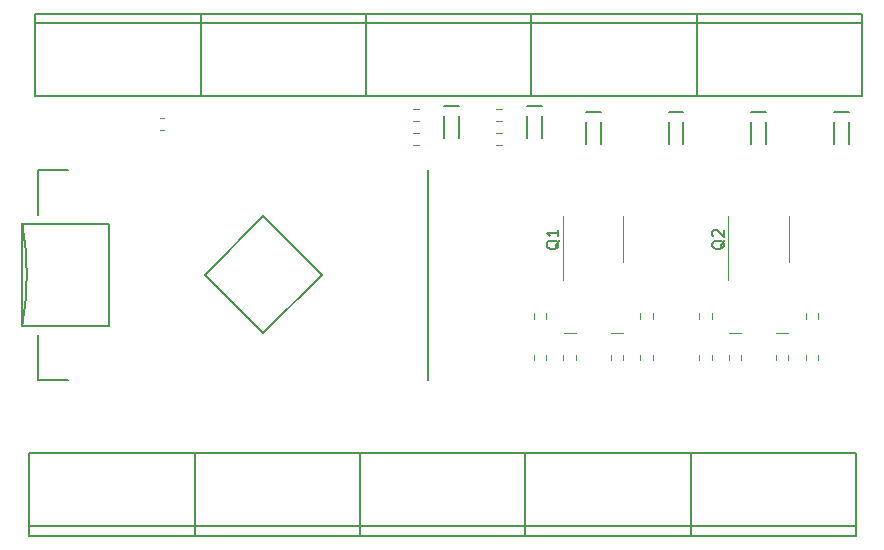
<source format=gto>
%TF.GenerationSoftware,KiCad,Pcbnew,7.0.6*%
%TF.CreationDate,2024-01-12T02:35:33-05:00*%
%TF.ProjectId,PSA_Controller,5053415f-436f-46e7-9472-6f6c6c65722e,rev?*%
%TF.SameCoordinates,Original*%
%TF.FileFunction,Legend,Top*%
%TF.FilePolarity,Positive*%
%FSLAX46Y46*%
G04 Gerber Fmt 4.6, Leading zero omitted, Abs format (unit mm)*
G04 Created by KiCad (PCBNEW 7.0.6) date 2024-01-12 02:35:33*
%MOMM*%
%LPD*%
G01*
G04 APERTURE LIST*
%ADD10C,0.150000*%
%ADD11C,0.203200*%
%ADD12C,0.120000*%
G04 APERTURE END LIST*
D10*
X60450057Y27904762D02*
X60402438Y27809524D01*
X60402438Y27809524D02*
X60307200Y27714286D01*
X60307200Y27714286D02*
X60164342Y27571429D01*
X60164342Y27571429D02*
X60116723Y27476191D01*
X60116723Y27476191D02*
X60116723Y27380953D01*
X60354819Y27428572D02*
X60307200Y27333334D01*
X60307200Y27333334D02*
X60211961Y27238096D01*
X60211961Y27238096D02*
X60021485Y27190477D01*
X60021485Y27190477D02*
X59688152Y27190477D01*
X59688152Y27190477D02*
X59497676Y27238096D01*
X59497676Y27238096D02*
X59402438Y27333334D01*
X59402438Y27333334D02*
X59354819Y27428572D01*
X59354819Y27428572D02*
X59354819Y27619048D01*
X59354819Y27619048D02*
X59402438Y27714286D01*
X59402438Y27714286D02*
X59497676Y27809524D01*
X59497676Y27809524D02*
X59688152Y27857143D01*
X59688152Y27857143D02*
X60021485Y27857143D01*
X60021485Y27857143D02*
X60211961Y27809524D01*
X60211961Y27809524D02*
X60307200Y27714286D01*
X60307200Y27714286D02*
X60354819Y27619048D01*
X60354819Y27619048D02*
X60354819Y27428572D01*
X59450057Y28238096D02*
X59402438Y28285715D01*
X59402438Y28285715D02*
X59354819Y28380953D01*
X59354819Y28380953D02*
X59354819Y28619048D01*
X59354819Y28619048D02*
X59402438Y28714286D01*
X59402438Y28714286D02*
X59450057Y28761905D01*
X59450057Y28761905D02*
X59545295Y28809524D01*
X59545295Y28809524D02*
X59640533Y28809524D01*
X59640533Y28809524D02*
X59783390Y28761905D01*
X59783390Y28761905D02*
X60354819Y28190477D01*
X60354819Y28190477D02*
X60354819Y28809524D01*
X46450057Y27904762D02*
X46402438Y27809524D01*
X46402438Y27809524D02*
X46307200Y27714286D01*
X46307200Y27714286D02*
X46164342Y27571429D01*
X46164342Y27571429D02*
X46116723Y27476191D01*
X46116723Y27476191D02*
X46116723Y27380953D01*
X46354819Y27428572D02*
X46307200Y27333334D01*
X46307200Y27333334D02*
X46211961Y27238096D01*
X46211961Y27238096D02*
X46021485Y27190477D01*
X46021485Y27190477D02*
X45688152Y27190477D01*
X45688152Y27190477D02*
X45497676Y27238096D01*
X45497676Y27238096D02*
X45402438Y27333334D01*
X45402438Y27333334D02*
X45354819Y27428572D01*
X45354819Y27428572D02*
X45354819Y27619048D01*
X45354819Y27619048D02*
X45402438Y27714286D01*
X45402438Y27714286D02*
X45497676Y27809524D01*
X45497676Y27809524D02*
X45688152Y27857143D01*
X45688152Y27857143D02*
X46021485Y27857143D01*
X46021485Y27857143D02*
X46211961Y27809524D01*
X46211961Y27809524D02*
X46307200Y27714286D01*
X46307200Y27714286D02*
X46354819Y27619048D01*
X46354819Y27619048D02*
X46354819Y27428572D01*
X46354819Y28809524D02*
X46354819Y28238096D01*
X46354819Y28523810D02*
X45354819Y28523810D01*
X45354819Y28523810D02*
X45497676Y28428572D01*
X45497676Y28428572D02*
X45592914Y28333334D01*
X45592914Y28333334D02*
X45640533Y28238096D01*
D11*
%TO.C,J10*%
X57550000Y2900000D02*
X43550000Y2900000D01*
X57550000Y3700000D02*
X57550000Y2900000D01*
X57550000Y3700000D02*
X43550000Y3700000D01*
X57550000Y9900000D02*
X57550000Y3700000D01*
X43550000Y2900000D02*
X43550000Y3700000D01*
X43550000Y3700000D02*
X43550000Y9900000D01*
X43550000Y9900000D02*
X57550000Y9900000D01*
%TO.C,J9*%
X30050000Y40100000D02*
X16050000Y40100000D01*
X30050000Y46300000D02*
X30050000Y40100000D01*
X30050000Y47100000D02*
X30050000Y46300000D01*
X16050000Y40100000D02*
X16050000Y46300000D01*
X16050000Y46300000D02*
X30050000Y46300000D01*
X16050000Y46300000D02*
X16050000Y47100000D01*
X16050000Y47100000D02*
X30050000Y47100000D01*
%TO.C,J8*%
X57550000Y9900000D02*
X71550000Y9900000D01*
X57550000Y3700000D02*
X57550000Y9900000D01*
X57550000Y2900000D02*
X57550000Y3700000D01*
X71550000Y9900000D02*
X71550000Y3700000D01*
X71550000Y3700000D02*
X57550000Y3700000D01*
X71550000Y3700000D02*
X71550000Y2900000D01*
X71550000Y2900000D02*
X57550000Y2900000D01*
%TO.C,J7*%
X29550000Y9900000D02*
X43550000Y9900000D01*
X29550000Y3700000D02*
X29550000Y9900000D01*
X29550000Y2900000D02*
X29550000Y3700000D01*
X43550000Y9900000D02*
X43550000Y3700000D01*
X43550000Y3700000D02*
X29550000Y3700000D01*
X43550000Y3700000D02*
X43550000Y2900000D01*
X43550000Y2900000D02*
X29550000Y2900000D01*
%TO.C,J6*%
X15550000Y9900000D02*
X29550000Y9900000D01*
X15550000Y3700000D02*
X15550000Y9900000D01*
X15550000Y2900000D02*
X15550000Y3700000D01*
X29550000Y9900000D02*
X29550000Y3700000D01*
X29550000Y3700000D02*
X15550000Y3700000D01*
X29550000Y3700000D02*
X29550000Y2900000D01*
X29550000Y2900000D02*
X15550000Y2900000D01*
%TO.C,J5*%
X1550000Y9900000D02*
X15550000Y9900000D01*
X1550000Y3700000D02*
X1550000Y9900000D01*
X1550000Y2900000D02*
X1550000Y3700000D01*
X15550000Y9900000D02*
X15550000Y3700000D01*
X15550000Y3700000D02*
X1550000Y3700000D01*
X15550000Y3700000D02*
X15550000Y2900000D01*
X15550000Y2900000D02*
X1550000Y2900000D01*
%TO.C,J4*%
X44050000Y40100000D02*
X30050000Y40100000D01*
X44050000Y46300000D02*
X44050000Y40100000D01*
X44050000Y47100000D02*
X44050000Y46300000D01*
X30050000Y40100000D02*
X30050000Y46300000D01*
X30050000Y46300000D02*
X44050000Y46300000D01*
X30050000Y46300000D02*
X30050000Y47100000D01*
X30050000Y47100000D02*
X44050000Y47100000D01*
D12*
%TO.C,R16*%
X44277500Y21737258D02*
X44277500Y21262742D01*
X45322500Y21737258D02*
X45322500Y21262742D01*
%TO.C,R15*%
X58277500Y21737258D02*
X58277500Y21262742D01*
X59322500Y21737258D02*
X59322500Y21262742D01*
%TO.C,R14*%
X68322500Y21737258D02*
X68322500Y21262742D01*
X67277500Y21737258D02*
X67277500Y21262742D01*
%TO.C,R13*%
X53277500Y21737258D02*
X53277500Y21262742D01*
X54322500Y21737258D02*
X54322500Y21262742D01*
%TO.C,R12*%
X34537258Y35977500D02*
X34062742Y35977500D01*
X34537258Y37022500D02*
X34062742Y37022500D01*
%TO.C,R11*%
X34062742Y39022500D02*
X34537258Y39022500D01*
X34062742Y37977500D02*
X34537258Y37977500D01*
%TO.C,R10*%
X41537258Y35977500D02*
X41062742Y35977500D01*
X41537258Y37022500D02*
X41062742Y37022500D01*
%TO.C,R2*%
X41537258Y37977500D02*
X41062742Y37977500D01*
X41537258Y39022500D02*
X41062742Y39022500D01*
%TO.C,D10*%
X46800000Y20100000D02*
X47800000Y20100000D01*
%TO.C,D9*%
X60800000Y20100000D02*
X61800000Y20100000D01*
%TO.C,D8*%
X64800000Y20100000D02*
X65800000Y20100000D01*
D11*
%TO.C,D7*%
X37925000Y39270000D02*
X36675000Y39270000D01*
X37925000Y38400000D02*
X37925000Y36600000D01*
X36675000Y38400000D02*
X36675000Y36600000D01*
%TO.C,D6*%
X44925000Y39270000D02*
X43675000Y39270000D01*
X44925000Y38400000D02*
X44925000Y36600000D01*
X43675000Y38400000D02*
X43675000Y36600000D01*
%TO.C,U1*%
X2290000Y16110000D02*
X4830000Y16110000D01*
X2290000Y19920000D02*
X2290000Y16110000D01*
X21340000Y20047000D02*
X26293000Y25000000D01*
X956500Y20682000D02*
X956500Y29318000D01*
X8259000Y20682000D02*
X956500Y20682000D01*
X16387000Y25000000D02*
X21340000Y20047000D01*
X26293000Y25000000D02*
X21340000Y29953000D01*
X956500Y29318000D02*
X8259000Y29318000D01*
X8259000Y29318000D02*
X8259000Y20682000D01*
X21340000Y29953000D02*
X16387000Y25000000D01*
X2290000Y30080000D02*
X2290000Y33890000D01*
X2290000Y33890000D02*
X4830000Y33890000D01*
X35310000Y33890000D02*
X35310000Y16110000D01*
X956499Y20682000D02*
G75*
G03*
X956499Y29318000I-24145870J4318000D01*
G01*
D12*
%TO.C,R1*%
X44277500Y18237258D02*
X44277500Y17762742D01*
X45322500Y18237258D02*
X45322500Y17762742D01*
%TO.C,R6*%
X58277500Y18237258D02*
X58277500Y17762742D01*
X59322500Y18237258D02*
X59322500Y17762742D01*
D11*
%TO.C,J3*%
X58050000Y47100000D02*
X72050000Y47100000D01*
X58050000Y46300000D02*
X58050000Y47100000D01*
X58050000Y46300000D02*
X72050000Y46300000D01*
X58050000Y40100000D02*
X58050000Y46300000D01*
X72050000Y47100000D02*
X72050000Y46300000D01*
X72050000Y46300000D02*
X72050000Y40100000D01*
X72050000Y40100000D02*
X58050000Y40100000D01*
D12*
%TO.C,Q2*%
X65860000Y28000000D02*
X65860000Y29950000D01*
X65860000Y28000000D02*
X65860000Y26050000D01*
X60740000Y28000000D02*
X60740000Y29950000D01*
X60740000Y28000000D02*
X60740000Y24550000D01*
D11*
%TO.C,J2*%
X44050000Y47100000D02*
X58050000Y47100000D01*
X44050000Y46300000D02*
X44050000Y47100000D01*
X44050000Y46300000D02*
X58050000Y46300000D01*
X44050000Y40100000D02*
X44050000Y46300000D01*
X58050000Y47100000D02*
X58050000Y46300000D01*
X58050000Y46300000D02*
X58050000Y40100000D01*
X58050000Y40100000D02*
X44050000Y40100000D01*
D12*
%TO.C,R9*%
X64777500Y17762742D02*
X64777500Y18237258D01*
X65822500Y17762742D02*
X65822500Y18237258D01*
%TO.C,C1*%
X12940580Y38260000D02*
X12659420Y38260000D01*
X12940580Y37240000D02*
X12659420Y37240000D01*
%TO.C,R7*%
X61822500Y17762742D02*
X61822500Y18237258D01*
X60777500Y17762742D02*
X60777500Y18237258D01*
D11*
%TO.C,D4*%
X69675000Y37900000D02*
X69675000Y36100000D01*
X70925000Y37900000D02*
X70925000Y36100000D01*
X70925000Y38770000D02*
X69675000Y38770000D01*
%TO.C,J1*%
X16050000Y40100000D02*
X2050000Y40100000D01*
X16050000Y46300000D02*
X16050000Y40100000D01*
X16050000Y47100000D02*
X16050000Y46300000D01*
X2050000Y40100000D02*
X2050000Y46300000D01*
X2050000Y46300000D02*
X16050000Y46300000D01*
X2050000Y46300000D02*
X2050000Y47100000D01*
X2050000Y47100000D02*
X16050000Y47100000D01*
%TO.C,D1*%
X49925000Y38770000D02*
X48675000Y38770000D01*
X49925000Y37900000D02*
X49925000Y36100000D01*
X48675000Y37900000D02*
X48675000Y36100000D01*
D12*
%TO.C,R8*%
X68322500Y18237258D02*
X68322500Y17762742D01*
X67277500Y18237258D02*
X67277500Y17762742D01*
%TO.C,R5*%
X51822500Y17762742D02*
X51822500Y18237258D01*
X50777500Y17762742D02*
X50777500Y18237258D01*
%TO.C,Q1*%
X51860000Y28000000D02*
X51860000Y29950000D01*
X51860000Y28000000D02*
X51860000Y26050000D01*
X46740000Y28000000D02*
X46740000Y29950000D01*
X46740000Y28000000D02*
X46740000Y24550000D01*
%TO.C,D5*%
X50800000Y20100000D02*
X51800000Y20100000D01*
D11*
%TO.C,D2*%
X55675000Y37900000D02*
X55675000Y36100000D01*
X56925000Y37900000D02*
X56925000Y36100000D01*
X56925000Y38770000D02*
X55675000Y38770000D01*
D12*
%TO.C,R3*%
X47822500Y17762742D02*
X47822500Y18237258D01*
X46777500Y17762742D02*
X46777500Y18237258D01*
D11*
%TO.C,D3*%
X62675000Y37900000D02*
X62675000Y36100000D01*
X63925000Y37900000D02*
X63925000Y36100000D01*
X63925000Y38770000D02*
X62675000Y38770000D01*
D12*
%TO.C,R4*%
X53277500Y18237258D02*
X53277500Y17762742D01*
X54322500Y18237258D02*
X54322500Y17762742D01*
%TD*%
M02*

</source>
